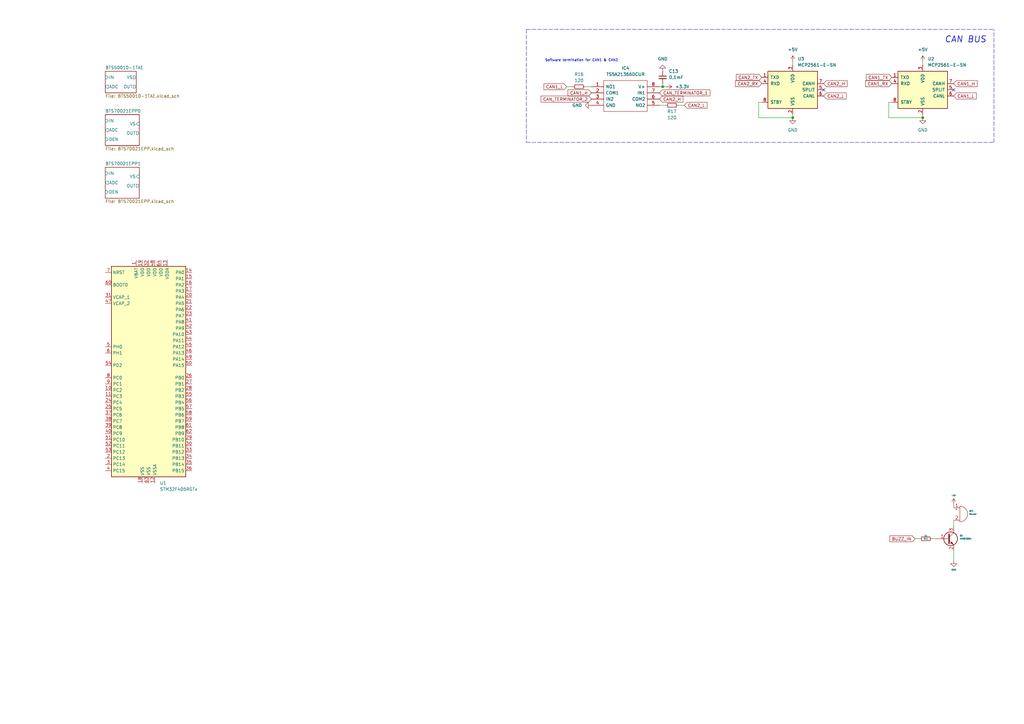
<source format=kicad_sch>
(kicad_sch (version 20211123) (generator eeschema)
  (paper "A3")
  (lib_symbols
    (symbol "Device:Buzzer" (pin_names (offset 0.0254) hide)
      (property "Reference" "BZ" (at 3.81 1.27 0))
      (property "Value" "Buzzer" (at 3.81 -1.27 0))
      (symbol "Buzzer_0_1"
        (arc (start 0 -3.175) (mid 3.175 0) (end 0 3.175))
        (polyline (pts (xy -1.651 1.905) (xy -1.143 1.905)))
        (polyline (pts (xy -1.397 2.159) (xy -1.397 1.651)))
        (polyline (pts (xy 0 3.175) (xy 0 -3.175)))
      )
      (symbol "Buzzer_1_1"
        (pin passive line (at -2.54 2.54 0) (length 2.54) (name "-") (number "1"))
        (pin passive line (at -2.54 -2.54 0) (length 2.54) (name "+") (number "2"))
      )
    )
    (symbol "Device:C_Small" (pin_numbers hide) (pin_names (offset 0.254) hide)
      (property "Reference" "C" (at 0.254 1.778 0))
      (property "Value" "C_Small" (at 0.254 -2.032 0))
      (symbol "C_Small_0_1"
        (polyline (pts (xy -1.524 -0.508) (xy 1.524 -0.508)) (stroke (width 0.3302)))
        (polyline (pts (xy -1.524 0.508) (xy 1.524 0.508)) (stroke (width 0.3048)))
      )
      (symbol "C_Small_1_1"
        (pin passive line (at 0 2.54 270) (length 2.032) (name "~") (number "1"))
        (pin passive line (at 0 -2.54 90) (length 2.032) (name "~") (number "2"))
      )
    )
    (symbol "Device:R_Small" (pin_numbers hide) (pin_names (offset 0.254) hide)
      (property "Reference" "R" (at 0.762 0.508 0))
      (property "Value" "R_Small" (at 0.762 -1.016 0))
      (symbol "R_Small_0_1"
        (rectangle (start -0.762 1.778) (end 0.762 -1.778) (stroke (width 0.2032)))
      )
      (symbol "R_Small_1_1"
        (pin passive line (at 0 2.54 270) (length 0.762) (name "~") (number "1"))
        (pin passive line (at 0 -2.54 90) (length 0.762) (name "~") (number "2"))
      )
    )
    (symbol "Interface_CAN_LIN:MCP2561-E-SN" (pin_names (offset 1.016))
      (property "Reference" "U" (at -10.16 8.89 0))
      (property "Value" "MCP2561-E-SN" (at 2.54 8.89 0))
      (symbol "MCP2561-E-SN_0_1"
        (rectangle (start -10.16 7.62) (end 10.16 -7.62) (stroke (width 0.254)) (fill (type background)))
      )
      (symbol "MCP2561-E-SN_1_1"
        (pin input line (at -12.7 5.08 0) (length 2.54) (name "TXD") (number "1"))
        (pin power_in line (at 0 -10.16 90) (length 2.54) (name "VSS") (number "2"))
        (pin power_in line (at 0 10.16 270) (length 2.54) (name "VDD") (number "3"))
        (pin output line (at -12.7 2.54 0) (length 2.54) (name "RXD") (number "4"))
        (pin passive line (at 12.7 0 180) (length 2.54) (name "SPLIT") (number "5"))
        (pin bidirectional line (at 12.7 -2.54 180) (length 2.54) (name "CANL") (number "6"))
        (pin bidirectional line (at 12.7 2.54 180) (length 2.54) (name "CANH") (number "7"))
        (pin input line (at -12.7 -5.08 0) (length 2.54) (name "STBY") (number "8"))
      )
    )
    (symbol "MCU_ST_STM32F4:STM32F405RGTx"
      (property "Reference" "U" (at -15.24 44.45 0))
      (property "Value" "STM32F405RGTx" (at 10.16 44.45 0))
      (symbol "STM32F405RGTx_0_1"
        (rectangle (start -15.24 -43.18) (end 15.24 43.18) (stroke (width 0.254)) (fill (type background)))
      )
      (symbol "STM32F405RGTx_1_1"
        (pin power_in line (at -5.08 45.72 270) (length 2.54) (name "VBAT") (number "1"))
        (pin bidirectional line (at -17.78 -7.62 0) (length 2.54) (name "PC2") (number "10"))
        (pin bidirectional line (at -17.78 -10.16 0) (length 2.54) (name "PC3") (number "11"))
        (pin power_in line (at 2.54 -45.72 90) (length 2.54) (name "VSSA") (number "12"))
        (pin power_in line (at 7.62 45.72 270) (length 2.54) (name "VDDA") (number "13"))
        (pin bidirectional line (at 17.78 40.64 180) (length 2.54) (name "PA0") (number "14"))
        (pin bidirectional line (at 17.78 38.1 180) (length 2.54) (name "PA1") (number "15"))
        (pin bidirectional line (at 17.78 35.56 180) (length 2.54) (name "PA2") (number "16"))
        (pin bidirectional line (at 17.78 33.02 180) (length 2.54) (name "PA3") (number "17"))
        (pin power_in line (at -2.54 -45.72 90) (length 2.54) (name "VSS") (number "18"))
        (pin power_in line (at -2.54 45.72 270) (length 2.54) (name "VDD") (number "19"))
        (pin bidirectional line (at -17.78 -35.56 0) (length 2.54) (name "PC13") (number "2"))
        (pin bidirectional line (at 17.78 30.48 180) (length 2.54) (name "PA4") (number "20"))
        (pin bidirectional line (at 17.78 27.94 180) (length 2.54) (name "PA5") (number "21"))
        (pin bidirectional line (at 17.78 25.4 180) (length 2.54) (name "PA6") (number "22"))
        (pin bidirectional line (at 17.78 22.86 180) (length 2.54) (name "PA7") (number "23"))
        (pin bidirectional line (at -17.78 -12.7 0) (length 2.54) (name "PC4") (number "24"))
        (pin bidirectional line (at -17.78 -15.24 0) (length 2.54) (name "PC5") (number "25"))
        (pin bidirectional line (at 17.78 -2.54 180) (length 2.54) (name "PB0") (number "26"))
        (pin bidirectional line (at 17.78 -5.08 180) (length 2.54) (name "PB1") (number "27"))
        (pin bidirectional line (at 17.78 -7.62 180) (length 2.54) (name "PB2") (number "28"))
        (pin bidirectional line (at 17.78 -27.94 180) (length 2.54) (name "PB10") (number "29"))
        (pin bidirectional line (at -17.78 -38.1 0) (length 2.54) (name "PC14") (number "3"))
        (pin bidirectional line (at 17.78 -30.48 180) (length 2.54) (name "PB11") (number "30"))
        (pin power_in line (at -17.78 30.48 0) (length 2.54) (name "VCAP_1") (number "31"))
        (pin power_in line (at 0 45.72 270) (length 2.54) (name "VDD") (number "32"))
        (pin bidirectional line (at 17.78 -33.02 180) (length 2.54) (name "PB12") (number "33"))
        (pin bidirectional line (at 17.78 -35.56 180) (length 2.54) (name "PB13") (number "34"))
        (pin bidirectional line (at 17.78 -38.1 180) (length 2.54) (name "PB14") (number "35"))
        (pin bidirectional line (at 17.78 -40.64 180) (length 2.54) (name "PB15") (number "36"))
        (pin bidirectional line (at -17.78 -17.78 0) (length 2.54) (name "PC6") (number "37"))
        (pin bidirectional line (at -17.78 -20.32 0) (length 2.54) (name "PC7") (number "38"))
        (pin bidirectional line (at -17.78 -22.86 0) (length 2.54) (name "PC8") (number "39"))
        (pin bidirectional line (at -17.78 -40.64 0) (length 2.54) (name "PC15") (number "4"))
        (pin bidirectional line (at -17.78 -25.4 0) (length 2.54) (name "PC9") (number "40"))
        (pin bidirectional line (at 17.78 20.32 180) (length 2.54) (name "PA8") (number "41"))
        (pin bidirectional line (at 17.78 17.78 180) (length 2.54) (name "PA9") (number "42"))
        (pin bidirectional line (at 17.78 15.24 180) (length 2.54) (name "PA10") (number "43"))
        (pin bidirectional line (at 17.78 12.7 180) (length 2.54) (name "PA11") (number "44"))
        (pin bidirectional line (at 17.78 10.16 180) (length 2.54) (name "PA12") (number "45"))
        (pin bidirectional line (at 17.78 7.62 180) (length 2.54) (name "PA13") (number "46"))
        (pin power_in line (at -17.78 27.94 0) (length 2.54) (name "VCAP_2") (number "47"))
        (pin power_in line (at 2.54 45.72 270) (length 2.54) (name "VDD") (number "48"))
        (pin bidirectional line (at 17.78 5.08 180) (length 2.54) (name "PA14") (number "49"))
        (pin input line (at -17.78 10.16 0) (length 2.54) (name "PH0") (number "5"))
        (pin bidirectional line (at 17.78 2.54 180) (length 2.54) (name "PA15") (number "50"))
        (pin bidirectional line (at -17.78 -27.94 0) (length 2.54) (name "PC10") (number "51"))
        (pin bidirectional line (at -17.78 -30.48 0) (length 2.54) (name "PC11") (number "52"))
        (pin bidirectional line (at -17.78 -33.02 0) (length 2.54) (name "PC12") (number "53"))
        (pin bidirectional line (at -17.78 2.54 0) (length 2.54) (name "PD2") (number "54"))
        (pin bidirectional line (at 17.78 -10.16 180) (length 2.54) (name "PB3") (number "55"))
        (pin bidirectional line (at 17.78 -12.7 180) (length 2.54) (name "PB4") (number "56"))
        (pin bidirectional line (at 17.78 -15.24 180) (length 2.54) (name "PB5") (number "57"))
        (pin bidirectional line (at 17.78 -17.78 180) (length 2.54) (name "PB6") (number "58"))
        (pin bidirectional line (at 17.78 -20.32 180) (length 2.54) (name "PB7") (number "59"))
        (pin input line (at -17.78 7.62 0) (length 2.54) (name "PH1") (number "6"))
        (pin input line (at -17.78 35.56 0) (length 2.54) (name "BOOT0") (number "60"))
        (pin bidirectional line (at 17.78 -22.86 180) (length 2.54) (name "PB8") (number "61"))
        (pin bidirectional line (at 17.78 -25.4 180) (length 2.54) (name "PB9") (number "62"))
        (pin power_in line (at 0 -45.72 90) (length 2.54) (name "VSS") (number "63"))
        (pin power_in line (at 5.08 45.72 270) (length 2.54) (name "VDD") (number "64"))
        (pin input line (at -17.78 40.64 0) (length 2.54) (name "NRST") (number "7"))
        (pin bidirectional line (at -17.78 -2.54 0) (length 2.54) (name "PC0") (number "8"))
        (pin bidirectional line (at -17.78 -5.08 0) (length 2.54) (name "PC1") (number "9"))
      )
    )
    (symbol "PDM_additional:TS5A21366DCUR" (pin_names (offset 0.762))
      (property "Reference" "IC" (at 24.13 7.62 0))
      (property "Value" "TS5A21366DCUR" (at 24.13 5.08 0))
      (symbol "TS5A21366DCUR_0_0"
        (pin passive line (at 0 0 0) (length 5.08) (name "NO1") (number "1"))
        (pin passive line (at 0 -2.54 0) (length 5.08) (name "COM1") (number "2"))
        (pin passive line (at 0 -5.08 0) (length 5.08) (name "IN2") (number "3"))
        (pin passive line (at 0 -7.62 0) (length 5.08) (name "GND") (number "4"))
        (pin passive line (at 27.94 -7.62 180) (length 5.08) (name "NO2") (number "5"))
        (pin passive line (at 27.94 -5.08 180) (length 5.08) (name "COM2") (number "6"))
        (pin passive line (at 27.94 -2.54 180) (length 5.08) (name "IN1") (number "7"))
        (pin passive line (at 27.94 0 180) (length 5.08) (name "V+") (number "8"))
      )
      (symbol "TS5A21366DCUR_0_1"
        (polyline (pts (xy 5.08 2.54) (xy 22.86 2.54) (xy 22.86 -10.16) (xy 5.08 -10.16) (xy 5.08 2.54)) (stroke (width 0.1524)))
      )
    )
    (symbol "Transistor_BJT:MMBT3904" (pin_names (offset 0) hide)
      (property "Reference" "Q" (at 5.08 1.905 0))
      (property "Value" "MMBT3904" (at 5.08 0 0))
      (symbol "MMBT3904_0_1"
        (polyline (pts (xy 0.635 0.635) (xy 2.54 2.54)))
        (polyline (pts (xy 0.635 -0.635) (xy 2.54 -2.54) (xy 2.54 -2.54)))
        (polyline (pts (xy 0.635 1.905) (xy 0.635 -1.905) (xy 0.635 -1.905)) (stroke (width 0.508)))
        (polyline (pts (xy 1.27 -1.778) (xy 1.778 -1.27) (xy 2.286 -2.286) (xy 1.27 -1.778) (xy 1.27 -1.778)) (fill (type outline)))
        (circle (center 1.27 0) (radius 2.8194) (stroke (width 0.254)))
      )
      (symbol "MMBT3904_1_1"
        (pin input line (at -5.08 0 0) (length 5.715) (name "B") (number "1"))
        (pin passive line (at 2.54 -5.08 90) (length 2.54) (name "E") (number "2"))
        (pin passive line (at 2.54 5.08 270) (length 2.54) (name "C") (number "3"))
      )
    )
    (symbol "power:+3.3V" (power) (pin_names (offset 0))
      (property "Value" "+3.3V" (at 0 3.556 0))
      (symbol "+3.3V_0_1"
        (polyline (pts (xy -0.762 1.27) (xy 0 2.54)))
        (polyline (pts (xy 0 0) (xy 0 2.54)))
        (polyline (pts (xy 0 2.54) (xy 0.762 1.27)))
      )
      (symbol "+3.3V_1_1"
        (pin power_in line (at 0 0 90) (length 0) hide (name "+3.3V") (number "1"))
      )
    )
    (symbol "power:+5V" (power) (pin_names (offset 0))
      (property "Value" "+5V" (at 0 3.556 0))
      (symbol "+5V_0_1"
        (polyline (pts (xy -0.762 1.27) (xy 0 2.54)))
        (polyline (pts (xy 0 0) (xy 0 2.54)))
        (polyline (pts (xy 0 2.54) (xy 0.762 1.27)))
      )
      (symbol "+5V_1_1"
        (pin power_in line (at 0 0 90) (length 0) hide (name "+5V") (number "1"))
      )
    )
    (symbol "power:GND" (power) (pin_names (offset 0))
      (property "Value" "GND" (at 0 -3.81 0))
      (symbol "GND_0_1"
        (polyline (pts (xy 0 0) (xy 0 -1.27) (xy 1.27 -1.27) (xy 0 -2.54) (xy -1.27 -1.27) (xy 0 -1.27)))
      )
      (symbol "GND_1_1"
        (pin power_in line (at 0 0 270) (length 0) hide (name "GND") (number "1"))
      )
    )
  )
  (junction (at 271.78 35.56))
  (junction (at 325.12 48.26))
  (junction (at 378.46 48.26))
  (no_connect (at 337.82 36.83))
  (no_connect (at 391.16 36.83))
  (wire (pts (xy 382.27 220.98) (xy 383.54 220.98)))
  (polyline (pts (xy 215.9 12.065) (xy 215.9 58.42)))
  (wire (pts (xy 271.78 34.29) (xy 271.78 35.56)))
  (wire (pts (xy 391.16 226.06) (xy 391.16 229.87)))
  (wire (pts (xy 378.46 46.99) (xy 378.46 48.26)))
  (wire (pts (xy 325.12 25.4) (xy 325.12 26.67)))
  (polyline (pts (xy 215.9 12.065) (xy 407.67 12.065)))
  (wire (pts (xy 232.41 35.56) (xy 234.95 35.56)))
  (wire (pts (xy 325.12 46.99) (xy 325.12 48.26)))
  (wire (pts (xy 391.16 207.01) (xy 391.16 208.28)))
  (wire (pts (xy 364.49 41.91) (xy 364.49 48.26)))
  (wire (pts (xy 375.285 220.98) (xy 377.19 220.98)))
  (wire (pts (xy 270.51 35.56) (xy 271.78 35.56)))
  (wire (pts (xy 365.76 41.91) (xy 364.49 41.91)))
  (wire (pts (xy 364.49 48.26) (xy 378.46 48.26)))
  (wire (pts (xy 271.78 35.56) (xy 273.05 35.56)))
  (wire (pts (xy 278.13 43.18) (xy 280.67 43.18)))
  (polyline (pts (xy 407.67 58.42) (xy 407.67 12.065)))
  (wire (pts (xy 311.15 48.26) (xy 325.12 48.26)))
  (wire (pts (xy 240.03 35.56) (xy 242.57 35.56)))
  (polyline (pts (xy 215.9 58.42) (xy 407.67 58.42)))
  (wire (pts (xy 391.16 213.36) (xy 391.16 215.9)))
  (wire (pts (xy 311.15 41.91) (xy 311.15 48.26)))
  (wire (pts (xy 378.46 25.4) (xy 378.46 26.67)))
  (wire (pts (xy 312.42 41.91) (xy 311.15 41.91)))
  (wire (pts (xy 270.51 43.18) (xy 273.05 43.18)))
  (text "CAN BUS" (at 387.35 17.78 0) (effects (font (size 2.54 2.54) (thickness 0.254) bold italic) (justify left bottom)))
  (text "Software termination for CAN1 & CAN2\n" (at 223.52 25.4 0) (effects (font (size 1 1)) (justify left bottom)))
  (global_label "CAN1_H" (shape input) (at 391.16 34.29 0) (property "Intersheet References" "${INTERSHEET_REFS}" (effects hide)))
  (global_label "CAN1_RX" (shape input) (at 365.76 34.29 180) (property "Intersheet References" "${INTERSHEET_REFS}" (effects hide)))
  (global_label "BUZZ_IN" (shape input) (at 375.285 220.98 180) (property "Intersheet References" "${INTERSHEET_REFS}" (effects hide)))
  (global_label "CAN2_L" (shape input) (at 337.82 39.37 0) (property "Intersheet References" "${INTERSHEET_REFS}" (effects hide)))
  (global_label "CAN2_L" (shape input) (at 280.67 43.18 0) (property "Intersheet References" "${INTERSHEET_REFS}" (effects hide)))
  (global_label "CAN2_H" (shape input) (at 270.51 40.64 0) (property "Intersheet References" "${INTERSHEET_REFS}" (effects hide)))
  (global_label "CAN1_L" (shape input) (at 232.41 35.56 180) (property "Intersheet References" "${INTERSHEET_REFS}" (effects hide)))
  (global_label "CAN1_H" (shape input) (at 242.57 38.1 180) (property "Intersheet References" "${INTERSHEET_REFS}" (effects hide)))
  (global_label "CAN2_TX" (shape input) (at 312.42 31.75 180) (property "Intersheet References" "${INTERSHEET_REFS}" (effects hide)))
  (global_label "CAN1_TX" (shape input) (at 365.76 31.75 180) (property "Intersheet References" "${INTERSHEET_REFS}" (effects hide)))
  (global_label "CAN_TERMINATOR_2" (shape input) (at 242.57 40.64 180) (property "Intersheet References" "${INTERSHEET_REFS}" (effects hide)))
  (global_label "CAN_TERMINATOR_1" (shape input) (at 270.51 38.1 0) (property "Intersheet References" "${INTERSHEET_REFS}" (effects hide)))
  (global_label "CAN2_H" (shape input) (at 337.82 34.29 0) (property "Intersheet References" "${INTERSHEET_REFS}" (effects hide)))
  (global_label "CAN2_RX" (shape input) (at 312.42 34.29 180) (property "Intersheet References" "${INTERSHEET_REFS}" (effects hide)))
  (global_label "CAN1_L" (shape input) (at 391.16 39.37 0) (property "Intersheet References" "${INTERSHEET_REFS}" (effects hide)))
  (symbol (lib_id "Interface_CAN_LIN:MCP2561-E-SN") (at 378.46 36.83 0) (unit 1)
    (property "Reference" "U2" (at 380.4794 24.13 0) (effects (justify left)))
    (property "Value" "MCP2561-E-SN" (at 380.4794 26.67 0) (effects (justify left)))
    (property "Footprint" "Package_SO:SOIC-8_3.9x4.9mm_P1.27mm" (effects hide))
    (property "Datasheet" "http://ww1.microchip.com/downloads/en/DeviceDoc/25167A.pdf" (effects hide))
  )
  (symbol (lib_id "Device:R_Small") (at 275.59 43.18 270) (unit 1)
    (property "Reference" "R17" (at 275.59 45.72 90))
    (property "Value" "120" (at 275.59 48.26 90))
    (property "Footprint" "Resistor_SMD:R_0402_1005Metric" (effects hide))
  )
  (symbol (lib_id "power:GND") (at 242.57 43.18 270) (unit 1)
    (property "Reference" "#PWR0119" (effects hide))
    (property "Value" "GND" (at 238.76 43.1799 90) (effects (justify right)))
  )
  (symbol (lib_id "power:GND") (at 325.12 48.26 0) (unit 1)
    (property "Reference" "#PWR0114" (effects hide))
    (property "Value" "GND" (at 325.12 53.34 0))
  )
  (symbol (lib_id "power:+5V") (at 391.16 207.01 0) (unit 1)
    (property "Reference" "#PWR0107" (effects hide))
    (property "Value" "+5V" (at 391.16 203.2 0) (effects (font (size 0.6 0.6))))
  )
  (symbol (lib_id "Transistor_BJT:MMBT3904") (at 388.62 220.98 0) (unit 1)
    (property "Reference" "Q1" (at 393.7 219.7099 0) (effects (font (size 0.6 0.6)) (justify left)))
    (property "Value" "MMBT3904" (at 393.7 220.98 0) (effects (font (size 0.6 0.6)) (justify left)))
    (property "Footprint" "Package_TO_SOT_SMD:SOT-23" (effects hide))
    (property "Datasheet" "https://www.onsemi.com/pub/Collateral/2N3903-D.PDF" (effects hide))
  )
  (symbol (lib_id "Device:C_Small") (at 271.78 31.75 0) (unit 1)
    (property "Reference" "C13" (at 274.32 29.21 0) (effects (justify left)))
    (property "Value" "0,1mF" (at 274.32 31.75 0) (effects (justify left)))
  )
  (symbol (lib_id "Interface_CAN_LIN:MCP2561-E-SN") (at 325.12 36.83 0) (unit 1)
    (property "Reference" "U3" (at 327.1394 24.13 0) (effects (justify left)))
    (property "Value" "MCP2561-E-SN" (at 327.1394 26.67 0) (effects (justify left)))
    (property "Footprint" "Package_SO:SOIC-8_3.9x4.9mm_P1.27mm" (effects hide))
    (property "Datasheet" "http://ww1.microchip.com/downloads/en/DeviceDoc/25167A.pdf" (effects hide))
  )
  (symbol (lib_id "PDM_additional:TS5A21366DCUR") (at 242.57 35.56 0) (unit 1)
    (property "Reference" "IC4" (at 256.54 27.94 0))
    (property "Value" "TS5A21366DCUR" (at 256.54 30.48 0))
    (property "Footprint" "PDM_Additional:SOP50P310X90-8N" (effects hide))
    (property "Datasheet" "https://datasheet.datasheetarchive.com/originals/distributors/Datasheets-SFU2/DSASFU100028169.pdf" (effects hide))
    (property "Description" "0.75R Dual SPST Analog Switch 1.8V VSSOP TS5A21366DCUR, Analogue Switch Dual SPST Analogue Switch, 1.65  5.5 V, 8-Pin, US8, 2" (effects hide))
    (property "Height" "0.9" (effects hide))
    (property "Manufacturer_Name" "Texas Instruments" (effects hide))
    (property "Manufacturer_Part_Number" "TS5A21366DCUR" (effects hide))
    (property "Mouser Part Number" "595-TS5A21366DCUR" (effects hide))
    (property "Mouser Price/Stock" "https://www.mouser.co.uk/ProductDetail/Texas-Instruments/TS5A21366DCUR?qs=XqfCv5qmO5hoVqowLBMCFA%3D%3D" (effects hide))
    (property "Arrow Part Number" "TS5A21366DCUR" (effects hide))
    (property "Arrow Price/Stock" "https://www.arrow.com/en/products/ts5a21366dcur/texas-instruments?region=nac" (effects hide))
  )
  (symbol (lib_id "power:+3.3V") (at 273.05 35.56 270) (unit 1)
    (property "Reference" "#PWR0120" (effects hide))
    (property "Value" "+3.3V" (at 276.86 35.5599 90) (effects (justify left)))
  )
  (symbol (lib_id "Device:R_Small") (at 379.73 220.98 90) (unit 1)
    (property "Reference" "R11" (at 379.73 220.98 90) (effects (font (size 0.6 0.6))))
    (property "Value" "1k" (at 379.73 219.71 90) (effects (font (size 0.6 0.6))))
    (property "Footprint" "Resistor_SMD:R_0402_1005Metric" (effects hide))
  )
  (symbol (lib_id "power:GND") (at 378.46 48.26 0) (unit 1)
    (property "Reference" "#PWR0116" (effects hide))
    (property "Value" "GND" (at 378.46 53.34 0))
  )
  (symbol (lib_id "power:GND") (at 271.78 29.21 180) (unit 1)
    (property "Reference" "#PWR0118" (effects hide))
    (property "Value" "GND" (at 271.78 24.13 0))
  )
  (symbol (lib_id "Device:Buzzer") (at 393.7 210.82 0) (unit 1)
    (property "Reference" "BZ1" (at 397.51 209.5499 0) (effects (font (size 0.6 0.6)) (justify left)))
    (property "Value" "Buzzer" (at 397.51 210.82 0) (effects (font (size 0.6 0.6)) (justify left)))
  )
  (symbol (lib_id "power:+5V") (at 325.12 25.4 0) (unit 1)
    (property "Reference" "#PWR0117" (effects hide))
    (property "Value" "+5V" (at 325.12 20.32 0))
  )
  (symbol (lib_id "power:GND") (at 391.16 229.87 0) (unit 1)
    (property "Reference" "#PWR0106" (effects hide))
    (property "Value" "GND" (at 391.16 233.68 0) (effects (font (size 0.6 0.6))))
  )
  (symbol (lib_id "power:+5V") (at 378.46 25.4 0) (unit 1)
    (property "Reference" "#PWR0115" (effects hide))
    (property "Value" "+5V" (at 378.46 20.32 0))
  )
  (symbol (lib_id "MCU_ST_STM32F4:STM32F405RGTx") (at 60.96 152.4 0) (unit 1)
    (property "Reference" "U1" (at 65.5194 198.12 0) (effects (justify left)))
    (property "Value" "STM32F405RGTx" (at 65.5194 200.66 0) (effects (justify left)))
    (property "Footprint" "Package_QFP:LQFP-64_10x10mm_P0.5mm" (effects hide))
    (property "Datasheet" "http://www.st.com/st-web-ui/static/active/en/resource/technical/document/datasheet/DM00037051.pdf" (effects hide))
  )
  (symbol (lib_id "Device:R_Small") (at 237.49 35.56 90) (unit 1)
    (property "Reference" "R16" (at 237.49 30.48 90))
    (property "Value" "120" (at 237.49 33.02 90))
    (property "Footprint" "Resistor_SMD:R_0402_1005Metric" (effects hide))
  )
  (sheet (at 43.18 68.58) (size 13.97 12.7) (stroke (width 0.1524))
    (property "Sheet name" "BTS70021EPP1" (at 43.18 67.8684 0) (effects (justify left bottom)))
    (property "Sheet file" "BTS70021EPP.kicad_sch" (at 43.18 81.8646 0) (effects (justify left top)))
    (pin "IN" input (at 43.18 71.12 180))
    (pin "DEN" input (at 43.18 78.74 180))
    (pin "OUT" output (at 57.15 76.2 0))
    (pin "ADC" output (at 43.18 74.93 180))
    (pin "VS" input (at 57.15 72.39 0))
  )
  (sheet (at 43.18 29.21) (size 12.7 8.89) (stroke (width 0.1524))
    (property "Sheet name" "BTS50010-1TAE" (at 43.18 28.4984 0) (effects (justify left bottom)))
    (property "Sheet file" "BTS50010-1TAE.kicad_sch" (at 43.18 38.6846 0) (effects (justify left top)))
    (pin "OUT" output (at 55.88 35.56 0))
    (pin "IN" input (at 43.18 31.75 180))
    (pin "ADC" output (at 43.18 35.56 180))
    (pin "VS" output (at 55.88 31.75 0))
  )
  (sheet (at 43.18 46.99) (size 13.97 12.7) (stroke (width 0.1524))
    (property "Sheet name" "BTS70021EPP0" (at 43.18 46.2784 0) (effects (justify left bottom)))
    (property "Sheet file" "BTS70021EPP.kicad_sch" (at 43.18 60.2746 0) (effects (justify left top)))
    (pin "IN" input (at 43.18 49.53 180))
    (pin "DEN" input (at 43.18 57.15 180))
    (pin "OUT" output (at 57.15 54.61 0))
    (pin "ADC" output (at 43.18 53.34 180))
    (pin "VS" input (at 57.15 50.8 0))
  )
)
</source>
